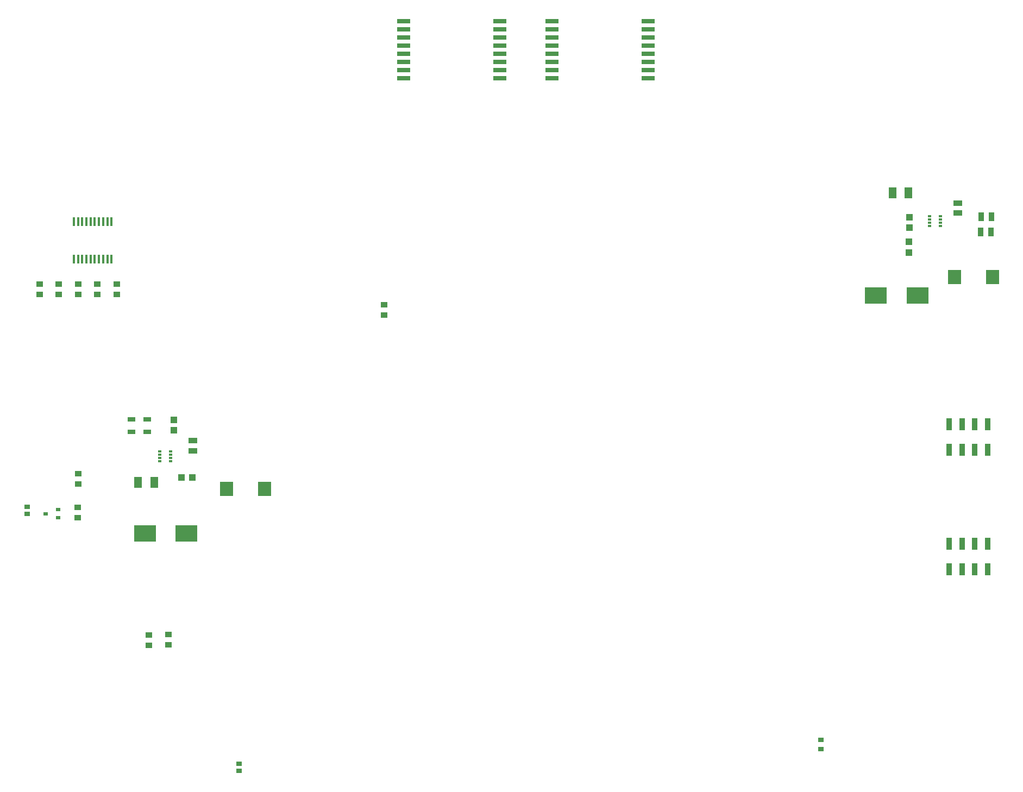
<source format=gbr>
%TF.GenerationSoftware,Altium Limited,Altium Designer,23.6.0 (18)*%
G04 Layer_Color=128*
%FSLAX45Y45*%
%MOMM*%
%TF.SameCoordinates,8B2A78E3-6762-467B-82E4-ABAB87B9FA14*%
%TF.FilePolarity,Positive*%
%TF.FileFunction,Paste,Bot*%
%TF.Part,Single*%
G01*
G75*
%TA.AperFunction,SMDPad,CuDef*%
%ADD11R,0.89000X1.91000*%
%ADD14R,1.13504X1.06213*%
%ADD15R,1.06213X1.13504*%
%ADD19R,1.00000X0.90000*%
%ADD57R,0.90000X0.65000*%
%ADD58R,3.50000X2.50000*%
%ADD59R,1.20443X1.70620*%
%ADD60R,2.00000X0.80000*%
%ADD61R,0.47500X0.30000*%
%ADD62R,0.45000X1.47500*%
%ADD63R,0.69500X0.54000*%
%ADD64R,0.90000X0.65000*%
%ADD65R,2.00000X2.20000*%
%ADD66R,2.00000X2.20000*%
%ADD67R,1.30000X0.70000*%
%ADD68R,1.35000X0.95000*%
%ADD69R,0.95000X1.35000*%
D11*
X10160000Y6092500D02*
D03*
Y6493500D02*
D03*
X10360000Y6092500D02*
D03*
Y6493500D02*
D03*
X10560000Y6092500D02*
D03*
Y6493500D02*
D03*
X10760000Y6092500D02*
D03*
Y6493500D02*
D03*
Y8353500D02*
D03*
Y7952500D02*
D03*
X10560000Y8353500D02*
D03*
Y7952500D02*
D03*
X10360000Y8353500D02*
D03*
Y7952500D02*
D03*
X10160000Y8353500D02*
D03*
Y7952500D02*
D03*
D14*
X-1638461Y7522500D02*
D03*
X-1801539D02*
D03*
D15*
X-1920000Y8424039D02*
D03*
Y8260961D02*
D03*
X9537500Y11415961D02*
D03*
Y11579039D02*
D03*
X9532500Y11030961D02*
D03*
Y11194039D02*
D03*
D19*
X-2312500Y5070000D02*
D03*
Y4910000D02*
D03*
X1355000Y10212500D02*
D03*
Y10052500D02*
D03*
X-3425000Y6900000D02*
D03*
Y7060000D02*
D03*
X-2815500Y10536200D02*
D03*
Y10376200D02*
D03*
X-3416500Y10536200D02*
D03*
Y10376200D02*
D03*
X-3717000Y10536200D02*
D03*
Y10376200D02*
D03*
X-4017500Y10536200D02*
D03*
Y10376200D02*
D03*
X-3116000D02*
D03*
Y10536200D02*
D03*
X-3412500Y7425000D02*
D03*
Y7585000D02*
D03*
X-2010000Y5075000D02*
D03*
Y4915000D02*
D03*
D57*
X8160000Y3432500D02*
D03*
Y3287500D02*
D03*
D58*
X9020000Y10360000D02*
D03*
X9670000D02*
D03*
X-2375000Y6655000D02*
D03*
X-1725000D02*
D03*
D59*
X-2229911Y7447500D02*
D03*
X-2480089D02*
D03*
X9525089Y11962500D02*
D03*
X9274912D02*
D03*
D60*
X3157300Y13997000D02*
D03*
Y14124001D02*
D03*
Y14250999D02*
D03*
Y14378000D02*
D03*
Y14505000D02*
D03*
Y14632001D02*
D03*
X1657300D02*
D03*
Y14505000D02*
D03*
Y14378000D02*
D03*
Y14250999D02*
D03*
Y14124001D02*
D03*
Y13870000D02*
D03*
X3157300Y13742999D02*
D03*
Y13870000D02*
D03*
X1657300Y13742999D02*
D03*
Y13997000D02*
D03*
X5470000D02*
D03*
Y14124001D02*
D03*
Y14250999D02*
D03*
Y14378000D02*
D03*
Y14505000D02*
D03*
Y14632001D02*
D03*
X3970000D02*
D03*
Y14505000D02*
D03*
Y14378000D02*
D03*
Y14250999D02*
D03*
Y14124001D02*
D03*
Y13870000D02*
D03*
X5470000Y13742999D02*
D03*
Y13870000D02*
D03*
X3970000Y13742999D02*
D03*
Y13997000D02*
D03*
D61*
X10023800Y11545000D02*
D03*
Y11495000D02*
D03*
Y11595000D02*
D03*
Y11445000D02*
D03*
X9856200Y11545000D02*
D03*
Y11595000D02*
D03*
Y11445000D02*
D03*
Y11495000D02*
D03*
X-2143800Y7777500D02*
D03*
Y7827500D02*
D03*
Y7877500D02*
D03*
Y7927500D02*
D03*
X-1976200D02*
D03*
Y7877500D02*
D03*
Y7827500D02*
D03*
Y7777500D02*
D03*
D62*
X-2895000Y10927400D02*
D03*
X-2960000D02*
D03*
X-3025000D02*
D03*
X-3090000D02*
D03*
X-3155000D02*
D03*
X-3220000D02*
D03*
X-3285000D02*
D03*
X-3350000D02*
D03*
X-3415000D02*
D03*
X-3480000D02*
D03*
Y11515000D02*
D03*
X-3415000D02*
D03*
X-3350000D02*
D03*
X-3285000D02*
D03*
X-3220000D02*
D03*
X-3155000D02*
D03*
X-3090000D02*
D03*
X-3025000D02*
D03*
X-2960000D02*
D03*
X-2895000D02*
D03*
D63*
X-3917200Y6960000D02*
D03*
X-3722800Y6895000D02*
D03*
Y7025000D02*
D03*
D64*
X-4207500Y7067500D02*
D03*
Y6952500D02*
D03*
X-910000Y3062500D02*
D03*
Y2947500D02*
D03*
D65*
X10835000Y10647500D02*
D03*
X10245000D02*
D03*
D66*
X-512500Y7347500D02*
D03*
X-1102500D02*
D03*
D67*
X-2334999Y8427501D02*
D03*
Y8237499D02*
D03*
X-2585001Y8425002D02*
D03*
Y8235000D02*
D03*
D68*
X10292499Y11802501D02*
D03*
Y11642501D02*
D03*
X-1624998Y7935000D02*
D03*
Y8095000D02*
D03*
D69*
X10653301Y11352001D02*
D03*
X10813301D02*
D03*
X10657502Y11589999D02*
D03*
X10817502D02*
D03*
%TF.MD5,0bed77cdaa6584e6aaf15dd04e624df2*%
M02*

</source>
